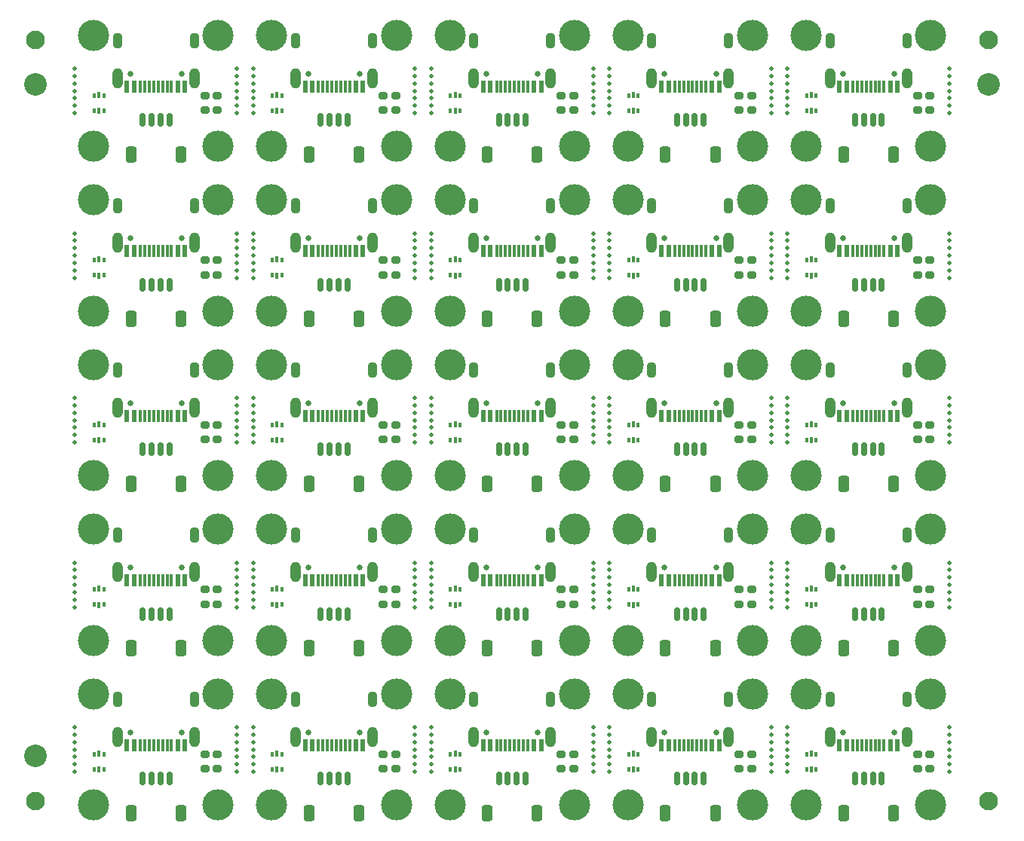
<source format=gts>
%TF.GenerationSoftware,KiCad,Pcbnew,(6.0.9)*%
%TF.CreationDate,2022-12-08T00:33:12+08:00*%
%TF.ProjectId,without-power-switch-panelized,77697468-6f75-4742-9d70-6f7765722d73,rev?*%
%TF.SameCoordinates,PXe4e1c0PYe4e1c0*%
%TF.FileFunction,Soldermask,Top*%
%TF.FilePolarity,Negative*%
%FSLAX46Y46*%
G04 Gerber Fmt 4.6, Leading zero omitted, Abs format (unit mm)*
G04 Created by KiCad (PCBNEW (6.0.9)) date 2022-12-08 00:33:12*
%MOMM*%
%LPD*%
G01*
G04 APERTURE LIST*
G04 Aperture macros list*
%AMRoundRect*
0 Rectangle with rounded corners*
0 $1 Rounding radius*
0 $2 $3 $4 $5 $6 $7 $8 $9 X,Y pos of 4 corners*
0 Add a 4 corners polygon primitive as box body*
4,1,4,$2,$3,$4,$5,$6,$7,$8,$9,$2,$3,0*
0 Add four circle primitives for the rounded corners*
1,1,$1+$1,$2,$3*
1,1,$1+$1,$4,$5*
1,1,$1+$1,$6,$7*
1,1,$1+$1,$8,$9*
0 Add four rect primitives between the rounded corners*
20,1,$1+$1,$2,$3,$4,$5,0*
20,1,$1+$1,$4,$5,$6,$7,0*
20,1,$1+$1,$6,$7,$8,$9,0*
20,1,$1+$1,$8,$9,$2,$3,0*%
G04 Aperture macros list end*
%ADD10C,0.500000*%
%ADD11C,3.500000*%
%ADD12R,0.375000X0.500000*%
%ADD13R,0.300000X0.650000*%
%ADD14RoundRect,0.200000X0.275000X-0.200000X0.275000X0.200000X-0.275000X0.200000X-0.275000X-0.200000X0*%
%ADD15C,0.650000*%
%ADD16R,0.600000X1.450000*%
%ADD17R,0.300000X1.450000*%
%ADD18O,1.100000X1.800000*%
%ADD19O,1.200000X2.300000*%
%ADD20C,2.100000*%
%ADD21RoundRect,0.200000X-0.275000X0.200000X-0.275000X-0.200000X0.275000X-0.200000X0.275000X0.200000X0*%
%ADD22C,2.540000*%
%ADD23RoundRect,0.150000X-0.150000X-0.625000X0.150000X-0.625000X0.150000X0.625000X-0.150000X0.625000X0*%
%ADD24RoundRect,0.249999X-0.350001X-0.650001X0.350001X-0.650001X0.350001X0.650001X-0.350001X0.650001X0*%
G04 APERTURE END LIST*
D10*
%TO.C,REF\u002A\u002A*%
X85098726Y-26750020D03*
%TD*%
D11*
%TO.C,REF\u002A\u002A*%
X83000000Y-76000000D03*
%TD*%
D10*
%TO.C,REF\u002A\u002A*%
X25098557Y-64583353D03*
%TD*%
%TO.C,REF\u002A\u002A*%
X26900933Y-9916646D03*
%TD*%
%TO.C,REF\u002A\u002A*%
X26901442Y-7416646D03*
%TD*%
D11*
%TO.C,REF\u002A\u002A*%
X49000000Y-70000000D03*
%TD*%
D10*
%TO.C,REF\u002A\u002A*%
X65098896Y-7416687D03*
%TD*%
D11*
%TO.C,REF\u002A\u002A*%
X29000000Y-20500000D03*
%TD*%
D12*
%TO.C,U1*%
X90137500Y-8750000D03*
D13*
X89600000Y-8675000D03*
D12*
X89062500Y-8750000D03*
X89062500Y-10450000D03*
D13*
X89600000Y-10525000D03*
D12*
X90137500Y-10450000D03*
%TD*%
D10*
%TO.C,REF\u002A\u002A*%
X45098217Y-29250020D03*
%TD*%
%TO.C,REF\u002A\u002A*%
X105098387Y-46916687D03*
%TD*%
D14*
%TO.C,R2*%
X82900000Y-47425000D03*
X82900000Y-45775000D03*
%TD*%
D15*
%TO.C,J1*%
X98890000Y-24800000D03*
X93110000Y-24800000D03*
D16*
X99250000Y-26245000D03*
X98450000Y-26245000D03*
D17*
X97250000Y-26245000D03*
X96250000Y-26245000D03*
X95750000Y-26245000D03*
X94750000Y-26245000D03*
D16*
X93550000Y-26245000D03*
X92750000Y-26245000D03*
X92750000Y-26245000D03*
X93550000Y-26245000D03*
D17*
X94250000Y-26245000D03*
X95250000Y-26245000D03*
X96750000Y-26245000D03*
X97750000Y-26245000D03*
D16*
X98450000Y-26245000D03*
X99250000Y-26245000D03*
D18*
X91680000Y-21150000D03*
D19*
X100320000Y-25330000D03*
D18*
X100320000Y-21150000D03*
D19*
X91680000Y-25330000D03*
%TD*%
D11*
%TO.C,REF\u002A\u002A*%
X23000000Y-39000000D03*
%TD*%
D10*
%TO.C,REF\u002A\u002A*%
X66900933Y-83916646D03*
%TD*%
%TO.C,REF\u002A\u002A*%
X25098896Y-7416687D03*
%TD*%
%TO.C,REF\u002A\u002A*%
X65098896Y-62916687D03*
%TD*%
%TO.C,REF\u002A\u002A*%
X66900933Y-65416646D03*
%TD*%
D11*
%TO.C,REF\u002A\u002A*%
X23000000Y-88500000D03*
%TD*%
%TO.C,REF\u002A\u002A*%
X29000000Y-33000000D03*
%TD*%
D14*
%TO.C,R2*%
X22900000Y-10425000D03*
X22900000Y-8775000D03*
%TD*%
D10*
%TO.C,REF\u002A\u002A*%
X65098557Y-64583353D03*
%TD*%
D20*
%TO.C,REF\u002A\u002A*%
X109500000Y-88000000D03*
%TD*%
D11*
%TO.C,REF\u002A\u002A*%
X29000000Y-51500000D03*
%TD*%
%TO.C,REF\u002A\u002A*%
X89000000Y-39000000D03*
%TD*%
D10*
%TO.C,REF\u002A\u002A*%
X46901103Y-46083312D03*
%TD*%
D11*
%TO.C,REF\u002A\u002A*%
X103000000Y-57500000D03*
%TD*%
D10*
%TO.C,REF\u002A\u002A*%
X66901782Y-79749979D03*
%TD*%
%TO.C,REF\u002A\u002A*%
X105098726Y-8250020D03*
%TD*%
D11*
%TO.C,REF\u002A\u002A*%
X23000000Y-57500000D03*
%TD*%
D10*
%TO.C,REF\u002A\u002A*%
X6900934Y-28416646D03*
%TD*%
%TO.C,REF\u002A\u002A*%
X66901273Y-8249979D03*
%TD*%
D15*
%TO.C,J1*%
X53110000Y-24800000D03*
X58890000Y-24800000D03*
D16*
X59250000Y-26245000D03*
X58450000Y-26245000D03*
D17*
X57250000Y-26245000D03*
X56250000Y-26245000D03*
X55750000Y-26245000D03*
X54750000Y-26245000D03*
D16*
X53550000Y-26245000D03*
X52750000Y-26245000D03*
X52750000Y-26245000D03*
X53550000Y-26245000D03*
D17*
X54250000Y-26245000D03*
X55250000Y-26245000D03*
X56750000Y-26245000D03*
X57750000Y-26245000D03*
D16*
X58450000Y-26245000D03*
X59250000Y-26245000D03*
D19*
X60320000Y-25330000D03*
D18*
X51680000Y-21150000D03*
D19*
X51680000Y-25330000D03*
D18*
X60320000Y-21150000D03*
%TD*%
D10*
%TO.C,REF\u002A\u002A*%
X105099236Y-61250020D03*
%TD*%
D12*
%TO.C,U1*%
X70137500Y-64250000D03*
D13*
X69600000Y-64175000D03*
D12*
X69062500Y-64250000D03*
X69062500Y-65950000D03*
D13*
X69600000Y-66025000D03*
D12*
X70137500Y-65950000D03*
%TD*%
D10*
%TO.C,REF\u002A\u002A*%
X26901612Y-80583312D03*
%TD*%
%TO.C,REF\u002A\u002A*%
X6901274Y-82249979D03*
%TD*%
%TO.C,REF\u002A\u002A*%
X46900763Y-10749979D03*
%TD*%
%TO.C,REF\u002A\u002A*%
X46900933Y-65416646D03*
%TD*%
%TO.C,REF\u002A\u002A*%
X25099066Y-62083353D03*
%TD*%
D11*
%TO.C,REF\u002A\u002A*%
X23000000Y-20500000D03*
%TD*%
D10*
%TO.C,REF\u002A\u002A*%
X65098217Y-66250020D03*
%TD*%
%TO.C,REF\u002A\u002A*%
X66901782Y-61249979D03*
%TD*%
%TO.C,REF\u002A\u002A*%
X66900763Y-66249979D03*
%TD*%
D14*
%TO.C,R2*%
X102900000Y-28925000D03*
X102900000Y-27275000D03*
%TD*%
D10*
%TO.C,REF\u002A\u002A*%
X105099236Y-79750020D03*
%TD*%
D14*
%TO.C,R2*%
X22900000Y-28925000D03*
X22900000Y-27275000D03*
%TD*%
D10*
%TO.C,REF\u002A\u002A*%
X85098387Y-28416687D03*
%TD*%
D21*
%TO.C,R1*%
X81500000Y-8775000D03*
X81500000Y-10425000D03*
%TD*%
D10*
%TO.C,REF\u002A\u002A*%
X85098387Y-65416687D03*
%TD*%
%TO.C,REF\u002A\u002A*%
X65098896Y-25916687D03*
%TD*%
%TO.C,REF\u002A\u002A*%
X6900934Y-9916646D03*
%TD*%
%TO.C,REF\u002A\u002A*%
X26900933Y-46916646D03*
%TD*%
D11*
%TO.C,REF\u002A\u002A*%
X63000000Y-20500000D03*
%TD*%
%TO.C,REF\u002A\u002A*%
X49000000Y-57500000D03*
%TD*%
D10*
%TO.C,REF\u002A\u002A*%
X66901103Y-27583312D03*
%TD*%
D22*
%TO.C,REF\u002A\u002A*%
X109500000Y-7500000D03*
%TD*%
D12*
%TO.C,U1*%
X90137500Y-64250000D03*
D13*
X89600000Y-64175000D03*
D12*
X89062500Y-64250000D03*
X89062500Y-65950000D03*
D13*
X89600000Y-66025000D03*
D12*
X90137500Y-65950000D03*
%TD*%
D10*
%TO.C,REF\u002A\u002A*%
X25098217Y-47750020D03*
%TD*%
%TO.C,REF\u002A\u002A*%
X105098217Y-66250020D03*
%TD*%
%TO.C,REF\u002A\u002A*%
X25098217Y-66250020D03*
%TD*%
D12*
%TO.C,U1*%
X10137500Y-27250000D03*
D13*
X9600000Y-27175000D03*
D12*
X9062500Y-27250000D03*
X9062500Y-28950000D03*
D13*
X9600000Y-29025000D03*
D12*
X10137500Y-28950000D03*
%TD*%
D10*
%TO.C,REF\u002A\u002A*%
X66900763Y-47749979D03*
%TD*%
D21*
%TO.C,R1*%
X101500000Y-27275000D03*
X101500000Y-28925000D03*
%TD*%
D10*
%TO.C,REF\u002A\u002A*%
X65099236Y-5750021D03*
%TD*%
D20*
%TO.C,REF\u002A\u002A*%
X2500000Y-88000000D03*
%TD*%
D10*
%TO.C,REF\u002A\u002A*%
X65098217Y-29250020D03*
%TD*%
%TO.C,REF\u002A\u002A*%
X45098557Y-9083353D03*
%TD*%
D11*
%TO.C,REF\u002A\u002A*%
X83000000Y-20500000D03*
%TD*%
D10*
%TO.C,REF\u002A\u002A*%
X65099066Y-62083353D03*
%TD*%
%TO.C,REF\u002A\u002A*%
X105098217Y-84750020D03*
%TD*%
D21*
%TO.C,R1*%
X21500000Y-27275000D03*
X21500000Y-28925000D03*
%TD*%
%TO.C,R1*%
X101500000Y-8775000D03*
X101500000Y-10425000D03*
%TD*%
D11*
%TO.C,REF\u002A\u002A*%
X89000000Y-14500000D03*
%TD*%
D10*
%TO.C,REF\u002A\u002A*%
X6901613Y-62083312D03*
%TD*%
%TO.C,REF\u002A\u002A*%
X105098217Y-29250020D03*
%TD*%
D15*
%TO.C,J1*%
X98890000Y-43300000D03*
X93110000Y-43300000D03*
D16*
X99250000Y-44745000D03*
X98450000Y-44745000D03*
D17*
X97250000Y-44745000D03*
X96250000Y-44745000D03*
X95750000Y-44745000D03*
X94750000Y-44745000D03*
D16*
X93550000Y-44745000D03*
X92750000Y-44745000D03*
X92750000Y-44745000D03*
X93550000Y-44745000D03*
D17*
X94250000Y-44745000D03*
X95250000Y-44745000D03*
X96750000Y-44745000D03*
X97750000Y-44745000D03*
D16*
X98450000Y-44745000D03*
X99250000Y-44745000D03*
D19*
X100320000Y-43830000D03*
D18*
X91680000Y-39650000D03*
D19*
X91680000Y-43830000D03*
D18*
X100320000Y-39650000D03*
%TD*%
D12*
%TO.C,U1*%
X90137500Y-45750000D03*
D13*
X89600000Y-45675000D03*
D12*
X89062500Y-45750000D03*
X89062500Y-47450000D03*
D13*
X89600000Y-47525000D03*
D12*
X90137500Y-47450000D03*
%TD*%
D10*
%TO.C,REF\u002A\u002A*%
X65098387Y-83916687D03*
%TD*%
D11*
%TO.C,REF\u002A\u002A*%
X23000000Y-70000000D03*
%TD*%
D23*
%TO.C,J2*%
X74500000Y-48500000D03*
X75500000Y-48500000D03*
X76500000Y-48500000D03*
X77500000Y-48500000D03*
D24*
X73200000Y-52375000D03*
X78800000Y-52375000D03*
%TD*%
D10*
%TO.C,REF\u002A\u002A*%
X46901273Y-45249979D03*
%TD*%
%TO.C,REF\u002A\u002A*%
X65098557Y-46083353D03*
%TD*%
%TO.C,REF\u002A\u002A*%
X46901442Y-81416646D03*
%TD*%
%TO.C,REF\u002A\u002A*%
X66901442Y-25916646D03*
%TD*%
D11*
%TO.C,REF\u002A\u002A*%
X43000000Y-14500000D03*
%TD*%
D10*
%TO.C,REF\u002A\u002A*%
X46901442Y-62916646D03*
%TD*%
D11*
%TO.C,REF\u002A\u002A*%
X23000000Y-76000000D03*
%TD*%
%TO.C,REF\u002A\u002A*%
X49000000Y-76000000D03*
%TD*%
D10*
%TO.C,REF\u002A\u002A*%
X85098217Y-66250020D03*
%TD*%
%TO.C,REF\u002A\u002A*%
X105098726Y-45250020D03*
%TD*%
%TO.C,REF\u002A\u002A*%
X105098387Y-9916687D03*
%TD*%
%TO.C,REF\u002A\u002A*%
X26901612Y-25083312D03*
%TD*%
%TO.C,REF\u002A\u002A*%
X66901612Y-25083312D03*
%TD*%
%TO.C,REF\u002A\u002A*%
X25098217Y-84750020D03*
%TD*%
%TO.C,REF\u002A\u002A*%
X6900764Y-10749979D03*
%TD*%
%TO.C,REF\u002A\u002A*%
X45098387Y-65416687D03*
%TD*%
%TO.C,REF\u002A\u002A*%
X85098557Y-27583353D03*
%TD*%
D15*
%TO.C,J1*%
X58890000Y-6300000D03*
X53110000Y-6300000D03*
D16*
X59250000Y-7745000D03*
X58450000Y-7745000D03*
D17*
X57250000Y-7745000D03*
X56250000Y-7745000D03*
X55750000Y-7745000D03*
X54750000Y-7745000D03*
D16*
X53550000Y-7745000D03*
X52750000Y-7745000D03*
X52750000Y-7745000D03*
X53550000Y-7745000D03*
D17*
X54250000Y-7745000D03*
X55250000Y-7745000D03*
X56750000Y-7745000D03*
X57750000Y-7745000D03*
D16*
X58450000Y-7745000D03*
X59250000Y-7745000D03*
D18*
X60320000Y-2650000D03*
D19*
X51680000Y-6830000D03*
X60320000Y-6830000D03*
D18*
X51680000Y-2650000D03*
%TD*%
D11*
%TO.C,REF\u002A\u002A*%
X89000000Y-88500000D03*
%TD*%
D10*
%TO.C,REF\u002A\u002A*%
X6901443Y-44416646D03*
%TD*%
%TO.C,REF\u002A\u002A*%
X105098896Y-7416687D03*
%TD*%
%TO.C,REF\u002A\u002A*%
X25098557Y-27583353D03*
%TD*%
%TO.C,REF\u002A\u002A*%
X46901612Y-80583312D03*
%TD*%
%TO.C,REF\u002A\u002A*%
X105098896Y-25916687D03*
%TD*%
%TO.C,REF\u002A\u002A*%
X26901103Y-64583312D03*
%TD*%
%TO.C,REF\u002A\u002A*%
X105098557Y-64583353D03*
%TD*%
%TO.C,REF\u002A\u002A*%
X6901783Y-79749979D03*
%TD*%
%TO.C,REF\u002A\u002A*%
X26901103Y-27583312D03*
%TD*%
D22*
%TO.C,REF\u002A\u002A*%
X2500000Y-83000000D03*
%TD*%
D10*
%TO.C,REF\u002A\u002A*%
X85098217Y-84750020D03*
%TD*%
D15*
%TO.C,J1*%
X33110000Y-43300000D03*
X38890000Y-43300000D03*
D16*
X39250000Y-44745000D03*
X38450000Y-44745000D03*
D17*
X37250000Y-44745000D03*
X36250000Y-44745000D03*
X35750000Y-44745000D03*
X34750000Y-44745000D03*
D16*
X33550000Y-44745000D03*
X32750000Y-44745000D03*
X32750000Y-44745000D03*
X33550000Y-44745000D03*
D17*
X34250000Y-44745000D03*
X35250000Y-44745000D03*
X36750000Y-44745000D03*
X37750000Y-44745000D03*
D16*
X38450000Y-44745000D03*
X39250000Y-44745000D03*
D18*
X31680000Y-39650000D03*
X40320000Y-39650000D03*
D19*
X31680000Y-43830000D03*
X40320000Y-43830000D03*
%TD*%
D11*
%TO.C,REF\u002A\u002A*%
X49000000Y-88500000D03*
%TD*%
D15*
%TO.C,J1*%
X73110000Y-80300000D03*
X78890000Y-80300000D03*
D16*
X79250000Y-81745000D03*
X78450000Y-81745000D03*
D17*
X77250000Y-81745000D03*
X76250000Y-81745000D03*
X75750000Y-81745000D03*
X74750000Y-81745000D03*
D16*
X73550000Y-81745000D03*
X72750000Y-81745000D03*
X72750000Y-81745000D03*
X73550000Y-81745000D03*
D17*
X74250000Y-81745000D03*
X75250000Y-81745000D03*
X76750000Y-81745000D03*
X77750000Y-81745000D03*
D16*
X78450000Y-81745000D03*
X79250000Y-81745000D03*
D19*
X71680000Y-80830000D03*
D18*
X80320000Y-76650000D03*
D19*
X80320000Y-80830000D03*
D18*
X71680000Y-76650000D03*
%TD*%
D10*
%TO.C,REF\u002A\u002A*%
X26901273Y-45249979D03*
%TD*%
D23*
%TO.C,J2*%
X54500000Y-85500000D03*
X55500000Y-85500000D03*
X56500000Y-85500000D03*
X57500000Y-85500000D03*
D24*
X53200000Y-89375000D03*
X58800000Y-89375000D03*
%TD*%
D11*
%TO.C,REF\u002A\u002A*%
X9000000Y-14500000D03*
%TD*%
D21*
%TO.C,R1*%
X41500000Y-8775000D03*
X41500000Y-10425000D03*
%TD*%
D10*
%TO.C,REF\u002A\u002A*%
X105098726Y-26750020D03*
%TD*%
D14*
%TO.C,R2*%
X42900000Y-47425000D03*
X42900000Y-45775000D03*
%TD*%
D15*
%TO.C,J1*%
X38890000Y-61800000D03*
X33110000Y-61800000D03*
D16*
X39250000Y-63245000D03*
X38450000Y-63245000D03*
D17*
X37250000Y-63245000D03*
X36250000Y-63245000D03*
X35750000Y-63245000D03*
X34750000Y-63245000D03*
D16*
X33550000Y-63245000D03*
X32750000Y-63245000D03*
X32750000Y-63245000D03*
X33550000Y-63245000D03*
D17*
X34250000Y-63245000D03*
X35250000Y-63245000D03*
X36750000Y-63245000D03*
X37750000Y-63245000D03*
D16*
X38450000Y-63245000D03*
X39250000Y-63245000D03*
D19*
X31680000Y-62330000D03*
D18*
X40320000Y-58150000D03*
X31680000Y-58150000D03*
D19*
X40320000Y-62330000D03*
%TD*%
D10*
%TO.C,REF\u002A\u002A*%
X6901783Y-42749979D03*
%TD*%
%TO.C,REF\u002A\u002A*%
X26901782Y-79749979D03*
%TD*%
D11*
%TO.C,REF\u002A\u002A*%
X63000000Y-70000000D03*
%TD*%
D10*
%TO.C,REF\u002A\u002A*%
X105098557Y-27583353D03*
%TD*%
%TO.C,REF\u002A\u002A*%
X26901273Y-63749979D03*
%TD*%
D14*
%TO.C,R2*%
X22900000Y-65925000D03*
X22900000Y-64275000D03*
%TD*%
D10*
%TO.C,REF\u002A\u002A*%
X66901103Y-64583312D03*
%TD*%
D15*
%TO.C,J1*%
X18890000Y-80300000D03*
X13110000Y-80300000D03*
D16*
X19250000Y-81745000D03*
X18450000Y-81745000D03*
D17*
X17250000Y-81745000D03*
X16250000Y-81745000D03*
X15750000Y-81745000D03*
X14750000Y-81745000D03*
D16*
X13550000Y-81745000D03*
X12750000Y-81745000D03*
X12750000Y-81745000D03*
X13550000Y-81745000D03*
D17*
X14250000Y-81745000D03*
X15250000Y-81745000D03*
X16750000Y-81745000D03*
X17750000Y-81745000D03*
D16*
X18450000Y-81745000D03*
X19250000Y-81745000D03*
D19*
X11680000Y-80830000D03*
X20320000Y-80830000D03*
D18*
X11680000Y-76650000D03*
X20320000Y-76650000D03*
%TD*%
D10*
%TO.C,REF\u002A\u002A*%
X86901442Y-62916646D03*
%TD*%
%TO.C,REF\u002A\u002A*%
X86901273Y-26749979D03*
%TD*%
%TO.C,REF\u002A\u002A*%
X85098557Y-46083353D03*
%TD*%
D15*
%TO.C,J1*%
X98890000Y-80300000D03*
X93110000Y-80300000D03*
D16*
X99250000Y-81745000D03*
X98450000Y-81745000D03*
D17*
X97250000Y-81745000D03*
X96250000Y-81745000D03*
X95750000Y-81745000D03*
X94750000Y-81745000D03*
D16*
X93550000Y-81745000D03*
X92750000Y-81745000D03*
X92750000Y-81745000D03*
X93550000Y-81745000D03*
D17*
X94250000Y-81745000D03*
X95250000Y-81745000D03*
X96750000Y-81745000D03*
X97750000Y-81745000D03*
D16*
X98450000Y-81745000D03*
X99250000Y-81745000D03*
D19*
X91680000Y-80830000D03*
X100320000Y-80830000D03*
D18*
X91680000Y-76650000D03*
X100320000Y-76650000D03*
%TD*%
D12*
%TO.C,U1*%
X50137500Y-8750000D03*
D13*
X49600000Y-8675000D03*
D12*
X49062500Y-8750000D03*
X49062500Y-10450000D03*
D13*
X49600000Y-10525000D03*
D12*
X50137500Y-10450000D03*
%TD*%
D11*
%TO.C,REF\u002A\u002A*%
X29000000Y-76000000D03*
%TD*%
D10*
%TO.C,REF\u002A\u002A*%
X86901612Y-6583313D03*
%TD*%
%TO.C,REF\u002A\u002A*%
X6901613Y-25083312D03*
%TD*%
%TO.C,REF\u002A\u002A*%
X86901442Y-44416646D03*
%TD*%
D11*
%TO.C,REF\u002A\u002A*%
X89000000Y-33000000D03*
%TD*%
D10*
%TO.C,REF\u002A\u002A*%
X85098896Y-81416687D03*
%TD*%
D11*
%TO.C,REF\u002A\u002A*%
X43000000Y-2000000D03*
%TD*%
D10*
%TO.C,REF\u002A\u002A*%
X46900933Y-83916646D03*
%TD*%
D11*
%TO.C,REF\u002A\u002A*%
X43000000Y-57500000D03*
%TD*%
D10*
%TO.C,REF\u002A\u002A*%
X105098726Y-63750020D03*
%TD*%
D14*
%TO.C,R2*%
X42900000Y-84425000D03*
X42900000Y-82775000D03*
%TD*%
D10*
%TO.C,REF\u002A\u002A*%
X86901273Y-63749979D03*
%TD*%
%TO.C,REF\u002A\u002A*%
X86901103Y-9083312D03*
%TD*%
D12*
%TO.C,U1*%
X50137500Y-82750000D03*
D13*
X49600000Y-82675000D03*
D12*
X49062500Y-82750000D03*
X49062500Y-84450000D03*
D13*
X49600000Y-84525000D03*
D12*
X50137500Y-84450000D03*
%TD*%
D10*
%TO.C,REF\u002A\u002A*%
X66901612Y-43583312D03*
%TD*%
%TO.C,REF\u002A\u002A*%
X86901782Y-61249979D03*
%TD*%
%TO.C,REF\u002A\u002A*%
X46900933Y-9916646D03*
%TD*%
%TO.C,REF\u002A\u002A*%
X25099236Y-42750020D03*
%TD*%
%TO.C,REF\u002A\u002A*%
X45099236Y-24250020D03*
%TD*%
D14*
%TO.C,R2*%
X22900000Y-47425000D03*
X22900000Y-45775000D03*
%TD*%
D11*
%TO.C,REF\u002A\u002A*%
X43000000Y-51500000D03*
%TD*%
D23*
%TO.C,J2*%
X74500000Y-85500000D03*
X75500000Y-85500000D03*
X76500000Y-85500000D03*
X77500000Y-85500000D03*
D24*
X78800000Y-89375000D03*
X73200000Y-89375000D03*
%TD*%
D21*
%TO.C,R1*%
X81500000Y-27275000D03*
X81500000Y-28925000D03*
%TD*%
D10*
%TO.C,REF\u002A\u002A*%
X46901442Y-25916646D03*
%TD*%
D11*
%TO.C,REF\u002A\u002A*%
X83000000Y-57500000D03*
%TD*%
D10*
%TO.C,REF\u002A\u002A*%
X86901782Y-24249979D03*
%TD*%
%TO.C,REF\u002A\u002A*%
X85099066Y-62083353D03*
%TD*%
D11*
%TO.C,REF\u002A\u002A*%
X83000000Y-33000000D03*
%TD*%
D10*
%TO.C,REF\u002A\u002A*%
X25098726Y-82250020D03*
%TD*%
%TO.C,REF\u002A\u002A*%
X105098896Y-62916687D03*
%TD*%
D12*
%TO.C,U1*%
X70137500Y-82750000D03*
D13*
X69600000Y-82675000D03*
D12*
X69062500Y-82750000D03*
X69062500Y-84450000D03*
D13*
X69600000Y-84525000D03*
D12*
X70137500Y-84450000D03*
%TD*%
D11*
%TO.C,REF\u002A\u002A*%
X89000000Y-2000000D03*
%TD*%
D10*
%TO.C,REF\u002A\u002A*%
X26901442Y-25916646D03*
%TD*%
%TO.C,REF\u002A\u002A*%
X86901782Y-5749980D03*
%TD*%
%TO.C,REF\u002A\u002A*%
X86900763Y-84749979D03*
%TD*%
D23*
%TO.C,J2*%
X74500000Y-11500000D03*
X75500000Y-11500000D03*
X76500000Y-11500000D03*
X77500000Y-11500000D03*
D24*
X73200000Y-15375000D03*
X78800000Y-15375000D03*
%TD*%
D23*
%TO.C,J2*%
X94500000Y-67000000D03*
X95500000Y-67000000D03*
X96500000Y-67000000D03*
X97500000Y-67000000D03*
D24*
X98800000Y-70875000D03*
X93200000Y-70875000D03*
%TD*%
D10*
%TO.C,REF\u002A\u002A*%
X25098896Y-25916687D03*
%TD*%
D11*
%TO.C,REF\u002A\u002A*%
X63000000Y-33000000D03*
%TD*%
D12*
%TO.C,U1*%
X90137500Y-27250000D03*
D13*
X89600000Y-27175000D03*
D12*
X89062500Y-27250000D03*
X89062500Y-28950000D03*
D13*
X89600000Y-29025000D03*
D12*
X90137500Y-28950000D03*
%TD*%
D15*
%TO.C,J1*%
X93110000Y-61800000D03*
X98890000Y-61800000D03*
D16*
X99250000Y-63245000D03*
X98450000Y-63245000D03*
D17*
X97250000Y-63245000D03*
X96250000Y-63245000D03*
X95750000Y-63245000D03*
X94750000Y-63245000D03*
D16*
X93550000Y-63245000D03*
X92750000Y-63245000D03*
X92750000Y-63245000D03*
X93550000Y-63245000D03*
D17*
X94250000Y-63245000D03*
X95250000Y-63245000D03*
X96750000Y-63245000D03*
X97750000Y-63245000D03*
D16*
X98450000Y-63245000D03*
X99250000Y-63245000D03*
D19*
X100320000Y-62330000D03*
D18*
X100320000Y-58150000D03*
X91680000Y-58150000D03*
D19*
X91680000Y-62330000D03*
%TD*%
D10*
%TO.C,REF\u002A\u002A*%
X65098726Y-45250020D03*
%TD*%
%TO.C,REF\u002A\u002A*%
X65098557Y-83083353D03*
%TD*%
D11*
%TO.C,REF\u002A\u002A*%
X83000000Y-70000000D03*
%TD*%
D10*
%TO.C,REF\u002A\u002A*%
X65098726Y-82250020D03*
%TD*%
%TO.C,REF\u002A\u002A*%
X25099066Y-43583353D03*
%TD*%
%TO.C,REF\u002A\u002A*%
X26901103Y-83083312D03*
%TD*%
D15*
%TO.C,J1*%
X18890000Y-61800000D03*
X13110000Y-61800000D03*
D16*
X19250000Y-63245000D03*
X18450000Y-63245000D03*
D17*
X17250000Y-63245000D03*
X16250000Y-63245000D03*
X15750000Y-63245000D03*
X14750000Y-63245000D03*
D16*
X13550000Y-63245000D03*
X12750000Y-63245000D03*
X12750000Y-63245000D03*
X13550000Y-63245000D03*
D17*
X14250000Y-63245000D03*
X15250000Y-63245000D03*
X16750000Y-63245000D03*
X17750000Y-63245000D03*
D16*
X18450000Y-63245000D03*
X19250000Y-63245000D03*
D19*
X20320000Y-62330000D03*
D18*
X11680000Y-58150000D03*
X20320000Y-58150000D03*
D19*
X11680000Y-62330000D03*
%TD*%
D11*
%TO.C,REF\u002A\u002A*%
X69000000Y-2000000D03*
%TD*%
D10*
%TO.C,REF\u002A\u002A*%
X25098557Y-83083353D03*
%TD*%
%TO.C,REF\u002A\u002A*%
X46901782Y-79749979D03*
%TD*%
D11*
%TO.C,REF\u002A\u002A*%
X83000000Y-14500000D03*
%TD*%
D10*
%TO.C,REF\u002A\u002A*%
X66901273Y-63749979D03*
%TD*%
D12*
%TO.C,U1*%
X50137500Y-27250000D03*
D13*
X49600000Y-27175000D03*
D12*
X49062500Y-27250000D03*
X49062500Y-28950000D03*
D13*
X49600000Y-29025000D03*
D12*
X50137500Y-28950000D03*
%TD*%
D11*
%TO.C,REF\u002A\u002A*%
X63000000Y-39000000D03*
%TD*%
D10*
%TO.C,REF\u002A\u002A*%
X25098217Y-10750020D03*
%TD*%
D14*
%TO.C,R2*%
X42900000Y-28925000D03*
X42900000Y-27275000D03*
%TD*%
D11*
%TO.C,REF\u002A\u002A*%
X9000000Y-70000000D03*
%TD*%
D14*
%TO.C,R2*%
X42900000Y-65925000D03*
X42900000Y-64275000D03*
%TD*%
D10*
%TO.C,REF\u002A\u002A*%
X46901612Y-25083312D03*
%TD*%
D14*
%TO.C,R2*%
X102900000Y-47425000D03*
X102900000Y-45775000D03*
%TD*%
D10*
%TO.C,REF\u002A\u002A*%
X86900763Y-29249979D03*
%TD*%
D11*
%TO.C,REF\u002A\u002A*%
X103000000Y-14500000D03*
%TD*%
D15*
%TO.C,J1*%
X73110000Y-61800000D03*
X78890000Y-61800000D03*
D16*
X79250000Y-63245000D03*
X78450000Y-63245000D03*
D17*
X77250000Y-63245000D03*
X76250000Y-63245000D03*
X75750000Y-63245000D03*
X74750000Y-63245000D03*
D16*
X73550000Y-63245000D03*
X72750000Y-63245000D03*
X72750000Y-63245000D03*
X73550000Y-63245000D03*
D17*
X74250000Y-63245000D03*
X75250000Y-63245000D03*
X76750000Y-63245000D03*
X77750000Y-63245000D03*
D16*
X78450000Y-63245000D03*
X79250000Y-63245000D03*
D18*
X71680000Y-58150000D03*
D19*
X80320000Y-62330000D03*
X71680000Y-62330000D03*
D18*
X80320000Y-58150000D03*
%TD*%
D14*
%TO.C,R2*%
X62900000Y-28925000D03*
X62900000Y-27275000D03*
%TD*%
D10*
%TO.C,REF\u002A\u002A*%
X66900933Y-46916646D03*
%TD*%
D23*
%TO.C,J2*%
X14500000Y-67000000D03*
X15500000Y-67000000D03*
X16500000Y-67000000D03*
X17500000Y-67000000D03*
D24*
X13200000Y-70875000D03*
X18800000Y-70875000D03*
%TD*%
D10*
%TO.C,REF\u002A\u002A*%
X25098896Y-81416687D03*
%TD*%
%TO.C,REF\u002A\u002A*%
X86901782Y-42749979D03*
%TD*%
D11*
%TO.C,REF\u002A\u002A*%
X9000000Y-88500000D03*
%TD*%
D10*
%TO.C,REF\u002A\u002A*%
X85098726Y-45250020D03*
%TD*%
%TO.C,REF\u002A\u002A*%
X45098387Y-9916687D03*
%TD*%
%TO.C,REF\u002A\u002A*%
X85099236Y-79750020D03*
%TD*%
%TO.C,REF\u002A\u002A*%
X45099236Y-79750020D03*
%TD*%
%TO.C,REF\u002A\u002A*%
X86901103Y-64583312D03*
%TD*%
%TO.C,REF\u002A\u002A*%
X26901612Y-62083312D03*
%TD*%
%TO.C,REF\u002A\u002A*%
X46900763Y-29249979D03*
%TD*%
%TO.C,REF\u002A\u002A*%
X46901612Y-43583312D03*
%TD*%
%TO.C,REF\u002A\u002A*%
X6900764Y-66249979D03*
%TD*%
%TO.C,REF\u002A\u002A*%
X65099066Y-6583354D03*
%TD*%
D15*
%TO.C,J1*%
X13110000Y-24800000D03*
X18890000Y-24800000D03*
D16*
X19250000Y-26245000D03*
X18450000Y-26245000D03*
D17*
X17250000Y-26245000D03*
X16250000Y-26245000D03*
X15750000Y-26245000D03*
X14750000Y-26245000D03*
D16*
X13550000Y-26245000D03*
X12750000Y-26245000D03*
X12750000Y-26245000D03*
X13550000Y-26245000D03*
D17*
X14250000Y-26245000D03*
X15250000Y-26245000D03*
X16750000Y-26245000D03*
X17750000Y-26245000D03*
D16*
X18450000Y-26245000D03*
X19250000Y-26245000D03*
D18*
X11680000Y-21150000D03*
D19*
X20320000Y-25330000D03*
X11680000Y-25330000D03*
D18*
X20320000Y-21150000D03*
%TD*%
D10*
%TO.C,REF\u002A\u002A*%
X105099236Y-24250020D03*
%TD*%
%TO.C,REF\u002A\u002A*%
X85098557Y-9083353D03*
%TD*%
%TO.C,REF\u002A\u002A*%
X65098387Y-9916687D03*
%TD*%
%TO.C,REF\u002A\u002A*%
X6900764Y-84749979D03*
%TD*%
D11*
%TO.C,REF\u002A\u002A*%
X89000000Y-76000000D03*
%TD*%
D10*
%TO.C,REF\u002A\u002A*%
X65098387Y-46916687D03*
%TD*%
%TO.C,REF\u002A\u002A*%
X45098387Y-28416687D03*
%TD*%
D15*
%TO.C,J1*%
X33110000Y-80300000D03*
X38890000Y-80300000D03*
D16*
X39250000Y-81745000D03*
X38450000Y-81745000D03*
D17*
X37250000Y-81745000D03*
X36250000Y-81745000D03*
X35750000Y-81745000D03*
X34750000Y-81745000D03*
D16*
X33550000Y-81745000D03*
X32750000Y-81745000D03*
X32750000Y-81745000D03*
X33550000Y-81745000D03*
D17*
X34250000Y-81745000D03*
X35250000Y-81745000D03*
X36750000Y-81745000D03*
X37750000Y-81745000D03*
D16*
X38450000Y-81745000D03*
X39250000Y-81745000D03*
D18*
X40320000Y-76650000D03*
D19*
X31680000Y-80830000D03*
D18*
X31680000Y-76650000D03*
D19*
X40320000Y-80830000D03*
%TD*%
D11*
%TO.C,REF\u002A\u002A*%
X49000000Y-14500000D03*
%TD*%
D10*
%TO.C,REF\u002A\u002A*%
X26900763Y-10749979D03*
%TD*%
D23*
%TO.C,J2*%
X54500000Y-67000000D03*
X55500000Y-67000000D03*
X56500000Y-67000000D03*
X57500000Y-67000000D03*
D24*
X53200000Y-70875000D03*
X58800000Y-70875000D03*
%TD*%
D12*
%TO.C,U1*%
X70137500Y-8750000D03*
D13*
X69600000Y-8675000D03*
D12*
X69062500Y-8750000D03*
X69062500Y-10450000D03*
D13*
X69600000Y-10525000D03*
D12*
X70137500Y-10450000D03*
%TD*%
D10*
%TO.C,REF\u002A\u002A*%
X25099066Y-25083353D03*
%TD*%
D21*
%TO.C,R1*%
X61500000Y-45775000D03*
X61500000Y-47425000D03*
%TD*%
D10*
%TO.C,REF\u002A\u002A*%
X26901782Y-61249979D03*
%TD*%
%TO.C,REF\u002A\u002A*%
X105098896Y-44416687D03*
%TD*%
%TO.C,REF\u002A\u002A*%
X86900933Y-28416646D03*
%TD*%
%TO.C,REF\u002A\u002A*%
X65098387Y-28416687D03*
%TD*%
%TO.C,REF\u002A\u002A*%
X46901103Y-64583312D03*
%TD*%
D23*
%TO.C,J2*%
X34500000Y-48500000D03*
X35500000Y-48500000D03*
X36500000Y-48500000D03*
X37500000Y-48500000D03*
D24*
X38800000Y-52375000D03*
X33200000Y-52375000D03*
%TD*%
D11*
%TO.C,REF\u002A\u002A*%
X63000000Y-51500000D03*
%TD*%
D12*
%TO.C,U1*%
X10137500Y-64250000D03*
D13*
X9600000Y-64175000D03*
D12*
X9062500Y-64250000D03*
X9062500Y-65950000D03*
D13*
X9600000Y-66025000D03*
D12*
X10137500Y-65950000D03*
%TD*%
D10*
%TO.C,REF\u002A\u002A*%
X25098896Y-44416687D03*
%TD*%
%TO.C,REF\u002A\u002A*%
X66901442Y-44416646D03*
%TD*%
%TO.C,REF\u002A\u002A*%
X105098557Y-46083353D03*
%TD*%
%TO.C,REF\u002A\u002A*%
X46900933Y-46916646D03*
%TD*%
D11*
%TO.C,REF\u002A\u002A*%
X9000000Y-2000000D03*
%TD*%
D10*
%TO.C,REF\u002A\u002A*%
X105099236Y-42750020D03*
%TD*%
D14*
%TO.C,R2*%
X42900000Y-10425000D03*
X42900000Y-8775000D03*
%TD*%
D10*
%TO.C,REF\u002A\u002A*%
X45098726Y-26750020D03*
%TD*%
%TO.C,REF\u002A\u002A*%
X25099236Y-79750020D03*
%TD*%
%TO.C,REF\u002A\u002A*%
X105098557Y-83083353D03*
%TD*%
D20*
%TO.C,REF\u002A\u002A*%
X2500000Y-2500000D03*
%TD*%
D14*
%TO.C,R2*%
X102900000Y-84425000D03*
X102900000Y-82775000D03*
%TD*%
D11*
%TO.C,REF\u002A\u002A*%
X23000000Y-33000000D03*
%TD*%
D10*
%TO.C,REF\u002A\u002A*%
X66900763Y-84749979D03*
%TD*%
D15*
%TO.C,J1*%
X13110000Y-43300000D03*
X18890000Y-43300000D03*
D16*
X19250000Y-44745000D03*
X18450000Y-44745000D03*
D17*
X17250000Y-44745000D03*
X16250000Y-44745000D03*
X15750000Y-44745000D03*
X14750000Y-44745000D03*
D16*
X13550000Y-44745000D03*
X12750000Y-44745000D03*
X12750000Y-44745000D03*
X13550000Y-44745000D03*
D17*
X14250000Y-44745000D03*
X15250000Y-44745000D03*
X16750000Y-44745000D03*
X17750000Y-44745000D03*
D16*
X18450000Y-44745000D03*
X19250000Y-44745000D03*
D18*
X20320000Y-39650000D03*
D19*
X11680000Y-43830000D03*
D18*
X11680000Y-39650000D03*
D19*
X20320000Y-43830000D03*
%TD*%
D10*
%TO.C,REF\u002A\u002A*%
X6901274Y-45249979D03*
%TD*%
%TO.C,REF\u002A\u002A*%
X105098387Y-83916687D03*
%TD*%
%TO.C,REF\u002A\u002A*%
X85099236Y-24250020D03*
%TD*%
%TO.C,REF\u002A\u002A*%
X85098896Y-25916687D03*
%TD*%
%TO.C,REF\u002A\u002A*%
X65098896Y-81416687D03*
%TD*%
D21*
%TO.C,R1*%
X41500000Y-27275000D03*
X41500000Y-28925000D03*
%TD*%
D10*
%TO.C,REF\u002A\u002A*%
X25099236Y-24250020D03*
%TD*%
D11*
%TO.C,REF\u002A\u002A*%
X103000000Y-2000000D03*
%TD*%
D14*
%TO.C,R2*%
X102900000Y-10425000D03*
X102900000Y-8775000D03*
%TD*%
D21*
%TO.C,R1*%
X101500000Y-82775000D03*
X101500000Y-84425000D03*
%TD*%
D10*
%TO.C,REF\u002A\u002A*%
X25098387Y-46916687D03*
%TD*%
D23*
%TO.C,J2*%
X14500000Y-30000000D03*
X15500000Y-30000000D03*
X16500000Y-30000000D03*
X17500000Y-30000000D03*
D24*
X18800000Y-33875000D03*
X13200000Y-33875000D03*
%TD*%
D10*
%TO.C,REF\u002A\u002A*%
X46901782Y-61249979D03*
%TD*%
D12*
%TO.C,U1*%
X10137500Y-82750000D03*
D13*
X9600000Y-82675000D03*
D12*
X9062500Y-82750000D03*
X9062500Y-84450000D03*
D13*
X9600000Y-84525000D03*
D12*
X10137500Y-84450000D03*
%TD*%
D10*
%TO.C,REF\u002A\u002A*%
X45098896Y-44416687D03*
%TD*%
%TO.C,REF\u002A\u002A*%
X85099066Y-6583354D03*
%TD*%
%TO.C,REF\u002A\u002A*%
X45098726Y-63750020D03*
%TD*%
%TO.C,REF\u002A\u002A*%
X25098726Y-63750020D03*
%TD*%
D21*
%TO.C,R1*%
X101500000Y-45775000D03*
X101500000Y-47425000D03*
%TD*%
D11*
%TO.C,REF\u002A\u002A*%
X69000000Y-70000000D03*
%TD*%
D23*
%TO.C,J2*%
X34500000Y-30000000D03*
X35500000Y-30000000D03*
X36500000Y-30000000D03*
X37500000Y-30000000D03*
D24*
X38800000Y-33875000D03*
X33200000Y-33875000D03*
%TD*%
D10*
%TO.C,REF\u002A\u002A*%
X45098896Y-62916687D03*
%TD*%
%TO.C,REF\u002A\u002A*%
X66901782Y-42749979D03*
%TD*%
D11*
%TO.C,REF\u002A\u002A*%
X103000000Y-33000000D03*
%TD*%
D14*
%TO.C,R2*%
X62900000Y-10425000D03*
X62900000Y-8775000D03*
%TD*%
D10*
%TO.C,REF\u002A\u002A*%
X46901782Y-5749980D03*
%TD*%
%TO.C,REF\u002A\u002A*%
X86901103Y-46083312D03*
%TD*%
D11*
%TO.C,REF\u002A\u002A*%
X83000000Y-88500000D03*
%TD*%
D10*
%TO.C,REF\u002A\u002A*%
X86901612Y-43583312D03*
%TD*%
D21*
%TO.C,R1*%
X61500000Y-64275000D03*
X61500000Y-65925000D03*
%TD*%
D10*
%TO.C,REF\u002A\u002A*%
X86901442Y-25916646D03*
%TD*%
D14*
%TO.C,R2*%
X82900000Y-28925000D03*
X82900000Y-27275000D03*
%TD*%
D11*
%TO.C,REF\u002A\u002A*%
X89000000Y-70000000D03*
%TD*%
D10*
%TO.C,REF\u002A\u002A*%
X6900934Y-83916646D03*
%TD*%
%TO.C,REF\u002A\u002A*%
X45099066Y-6583354D03*
%TD*%
D11*
%TO.C,REF\u002A\u002A*%
X43000000Y-33000000D03*
%TD*%
%TO.C,REF\u002A\u002A*%
X103000000Y-51500000D03*
%TD*%
D12*
%TO.C,U1*%
X50137500Y-45750000D03*
D13*
X49600000Y-45675000D03*
D12*
X49062500Y-45750000D03*
X49062500Y-47450000D03*
D13*
X49600000Y-47525000D03*
D12*
X50137500Y-47450000D03*
%TD*%
D10*
%TO.C,REF\u002A\u002A*%
X65098726Y-26750020D03*
%TD*%
%TO.C,REF\u002A\u002A*%
X26900933Y-65416646D03*
%TD*%
%TO.C,REF\u002A\u002A*%
X66901103Y-46083312D03*
%TD*%
%TO.C,REF\u002A\u002A*%
X26900763Y-66249979D03*
%TD*%
D11*
%TO.C,REF\u002A\u002A*%
X69000000Y-57500000D03*
%TD*%
D10*
%TO.C,REF\u002A\u002A*%
X105099066Y-43583353D03*
%TD*%
%TO.C,REF\u002A\u002A*%
X26901273Y-8249979D03*
%TD*%
%TO.C,REF\u002A\u002A*%
X46901103Y-9083312D03*
%TD*%
%TO.C,REF\u002A\u002A*%
X65098217Y-10750020D03*
%TD*%
%TO.C,REF\u002A\u002A*%
X86901273Y-8249979D03*
%TD*%
%TO.C,REF\u002A\u002A*%
X46901612Y-6583313D03*
%TD*%
%TO.C,REF\u002A\u002A*%
X25098896Y-62916687D03*
%TD*%
%TO.C,REF\u002A\u002A*%
X105098726Y-82250020D03*
%TD*%
%TO.C,REF\u002A\u002A*%
X105098217Y-47750020D03*
%TD*%
%TO.C,REF\u002A\u002A*%
X46901782Y-42749979D03*
%TD*%
%TO.C,REF\u002A\u002A*%
X6901104Y-64583312D03*
%TD*%
D11*
%TO.C,REF\u002A\u002A*%
X63000000Y-88500000D03*
%TD*%
D22*
%TO.C,REF\u002A\u002A*%
X2500000Y-7500000D03*
%TD*%
D10*
%TO.C,REF\u002A\u002A*%
X85098896Y-44416687D03*
%TD*%
%TO.C,REF\u002A\u002A*%
X46901442Y-7416646D03*
%TD*%
D11*
%TO.C,REF\u002A\u002A*%
X29000000Y-70000000D03*
%TD*%
D10*
%TO.C,REF\u002A\u002A*%
X86900933Y-46916646D03*
%TD*%
%TO.C,REF\u002A\u002A*%
X85098557Y-83083353D03*
%TD*%
D12*
%TO.C,U1*%
X30137500Y-45750000D03*
D13*
X29600000Y-45675000D03*
D12*
X29062500Y-45750000D03*
X29062500Y-47450000D03*
D13*
X29600000Y-47525000D03*
D12*
X30137500Y-47450000D03*
%TD*%
D20*
%TO.C,REF\u002A\u002A*%
X109500000Y-2500000D03*
%TD*%
D10*
%TO.C,REF\u002A\u002A*%
X85098726Y-63750020D03*
%TD*%
%TO.C,REF\u002A\u002A*%
X66901782Y-24249979D03*
%TD*%
%TO.C,REF\u002A\u002A*%
X25098387Y-9916687D03*
%TD*%
%TO.C,REF\u002A\u002A*%
X26901273Y-82249979D03*
%TD*%
D21*
%TO.C,R1*%
X41500000Y-64275000D03*
X41500000Y-65925000D03*
%TD*%
D10*
%TO.C,REF\u002A\u002A*%
X45098217Y-10750020D03*
%TD*%
%TO.C,REF\u002A\u002A*%
X86901442Y-81416646D03*
%TD*%
D11*
%TO.C,REF\u002A\u002A*%
X43000000Y-39000000D03*
%TD*%
D23*
%TO.C,J2*%
X74500000Y-67000000D03*
X75500000Y-67000000D03*
X76500000Y-67000000D03*
X77500000Y-67000000D03*
D24*
X73200000Y-70875000D03*
X78800000Y-70875000D03*
%TD*%
D11*
%TO.C,REF\u002A\u002A*%
X69000000Y-20500000D03*
%TD*%
D12*
%TO.C,U1*%
X30137500Y-27250000D03*
D13*
X29600000Y-27175000D03*
D12*
X29062500Y-27250000D03*
X29062500Y-28950000D03*
D13*
X29600000Y-29025000D03*
D12*
X30137500Y-28950000D03*
%TD*%
D10*
%TO.C,REF\u002A\u002A*%
X105099066Y-80583353D03*
%TD*%
%TO.C,REF\u002A\u002A*%
X85098387Y-46916687D03*
%TD*%
D11*
%TO.C,REF\u002A\u002A*%
X43000000Y-76000000D03*
%TD*%
D10*
%TO.C,REF\u002A\u002A*%
X26900933Y-28416646D03*
%TD*%
D23*
%TO.C,J2*%
X54500000Y-11500000D03*
X55500000Y-11500000D03*
X56500000Y-11500000D03*
X57500000Y-11500000D03*
D24*
X58800000Y-15375000D03*
X53200000Y-15375000D03*
%TD*%
D10*
%TO.C,REF\u002A\u002A*%
X86901612Y-62083312D03*
%TD*%
%TO.C,REF\u002A\u002A*%
X45098896Y-81416687D03*
%TD*%
D11*
%TO.C,REF\u002A\u002A*%
X83000000Y-51500000D03*
%TD*%
D10*
%TO.C,REF\u002A\u002A*%
X26901442Y-44416646D03*
%TD*%
%TO.C,REF\u002A\u002A*%
X26901782Y-5749980D03*
%TD*%
D23*
%TO.C,J2*%
X74500000Y-30000000D03*
X75500000Y-30000000D03*
X76500000Y-30000000D03*
X77500000Y-30000000D03*
D24*
X73200000Y-33875000D03*
X78800000Y-33875000D03*
%TD*%
D10*
%TO.C,REF\u002A\u002A*%
X65098896Y-44416687D03*
%TD*%
D12*
%TO.C,U1*%
X90137500Y-82750000D03*
D13*
X89600000Y-82675000D03*
D12*
X89062500Y-82750000D03*
X89062500Y-84450000D03*
D13*
X89600000Y-84525000D03*
D12*
X90137500Y-84450000D03*
%TD*%
D10*
%TO.C,REF\u002A\u002A*%
X6901613Y-80583312D03*
%TD*%
D11*
%TO.C,REF\u002A\u002A*%
X49000000Y-51500000D03*
%TD*%
%TO.C,REF\u002A\u002A*%
X23000000Y-2000000D03*
%TD*%
D10*
%TO.C,REF\u002A\u002A*%
X86901103Y-27583312D03*
%TD*%
D11*
%TO.C,REF\u002A\u002A*%
X69000000Y-51500000D03*
%TD*%
D10*
%TO.C,REF\u002A\u002A*%
X85098217Y-10750020D03*
%TD*%
%TO.C,REF\u002A\u002A*%
X46901273Y-63749979D03*
%TD*%
%TO.C,REF\u002A\u002A*%
X45098557Y-64583353D03*
%TD*%
%TO.C,REF\u002A\u002A*%
X26900933Y-83916646D03*
%TD*%
D11*
%TO.C,REF\u002A\u002A*%
X103000000Y-76000000D03*
%TD*%
D10*
%TO.C,REF\u002A\u002A*%
X45098557Y-83083353D03*
%TD*%
D11*
%TO.C,REF\u002A\u002A*%
X43000000Y-70000000D03*
%TD*%
D21*
%TO.C,R1*%
X101500000Y-64275000D03*
X101500000Y-65925000D03*
%TD*%
D10*
%TO.C,REF\u002A\u002A*%
X25099066Y-6583354D03*
%TD*%
%TO.C,REF\u002A\u002A*%
X85098726Y-8250020D03*
%TD*%
%TO.C,REF\u002A\u002A*%
X66900763Y-29249979D03*
%TD*%
%TO.C,REF\u002A\u002A*%
X85098217Y-47750020D03*
%TD*%
%TO.C,REF\u002A\u002A*%
X6900934Y-46916646D03*
%TD*%
%TO.C,REF\u002A\u002A*%
X65098217Y-47750020D03*
%TD*%
D11*
%TO.C,REF\u002A\u002A*%
X89000000Y-51500000D03*
%TD*%
D14*
%TO.C,R2*%
X62900000Y-47425000D03*
X62900000Y-45775000D03*
%TD*%
D10*
%TO.C,REF\u002A\u002A*%
X85099236Y-42750020D03*
%TD*%
D14*
%TO.C,R2*%
X62900000Y-84425000D03*
X62900000Y-82775000D03*
%TD*%
D10*
%TO.C,REF\u002A\u002A*%
X45098387Y-46916687D03*
%TD*%
%TO.C,REF\u002A\u002A*%
X85099236Y-61250020D03*
%TD*%
%TO.C,REF\u002A\u002A*%
X46901273Y-82249979D03*
%TD*%
%TO.C,REF\u002A\u002A*%
X85098896Y-7416687D03*
%TD*%
%TO.C,REF\u002A\u002A*%
X105099066Y-62083353D03*
%TD*%
D15*
%TO.C,J1*%
X13110000Y-6300000D03*
X18890000Y-6300000D03*
D16*
X19250000Y-7745000D03*
X18450000Y-7745000D03*
D17*
X17250000Y-7745000D03*
X16250000Y-7745000D03*
X15750000Y-7745000D03*
X14750000Y-7745000D03*
D16*
X13550000Y-7745000D03*
X12750000Y-7745000D03*
X12750000Y-7745000D03*
X13550000Y-7745000D03*
D17*
X14250000Y-7745000D03*
X15250000Y-7745000D03*
X16750000Y-7745000D03*
X17750000Y-7745000D03*
D16*
X18450000Y-7745000D03*
X19250000Y-7745000D03*
D18*
X11680000Y-2650000D03*
D19*
X20320000Y-6830000D03*
D18*
X20320000Y-2650000D03*
D19*
X11680000Y-6830000D03*
%TD*%
D23*
%TO.C,J2*%
X94500000Y-85500000D03*
X95500000Y-85500000D03*
X96500000Y-85500000D03*
X97500000Y-85500000D03*
D24*
X93200000Y-89375000D03*
X98800000Y-89375000D03*
%TD*%
D23*
%TO.C,J2*%
X94500000Y-11500000D03*
X95500000Y-11500000D03*
X96500000Y-11500000D03*
X97500000Y-11500000D03*
D24*
X98800000Y-15375000D03*
X93200000Y-15375000D03*
%TD*%
D10*
%TO.C,REF\u002A\u002A*%
X45098557Y-27583353D03*
%TD*%
%TO.C,REF\u002A\u002A*%
X86900933Y-65416646D03*
%TD*%
%TO.C,REF\u002A\u002A*%
X85099066Y-25083353D03*
%TD*%
D21*
%TO.C,R1*%
X21500000Y-82775000D03*
X21500000Y-84425000D03*
%TD*%
D15*
%TO.C,J1*%
X73110000Y-6300000D03*
X78890000Y-6300000D03*
D16*
X79250000Y-7745000D03*
X78450000Y-7745000D03*
D17*
X77250000Y-7745000D03*
X76250000Y-7745000D03*
X75750000Y-7745000D03*
X74750000Y-7745000D03*
D16*
X73550000Y-7745000D03*
X72750000Y-7745000D03*
X72750000Y-7745000D03*
X73550000Y-7745000D03*
D17*
X74250000Y-7745000D03*
X75250000Y-7745000D03*
X76750000Y-7745000D03*
X77750000Y-7745000D03*
D16*
X78450000Y-7745000D03*
X79250000Y-7745000D03*
D18*
X71680000Y-2650000D03*
D19*
X71680000Y-6830000D03*
D18*
X80320000Y-2650000D03*
D19*
X80320000Y-6830000D03*
%TD*%
D10*
%TO.C,REF\u002A\u002A*%
X46901273Y-8249979D03*
%TD*%
%TO.C,REF\u002A\u002A*%
X66901273Y-26749979D03*
%TD*%
%TO.C,REF\u002A\u002A*%
X66901612Y-6583313D03*
%TD*%
D21*
%TO.C,R1*%
X81500000Y-45775000D03*
X81500000Y-47425000D03*
%TD*%
D10*
%TO.C,REF\u002A\u002A*%
X66900763Y-10749979D03*
%TD*%
%TO.C,REF\u002A\u002A*%
X6901104Y-9083312D03*
%TD*%
%TO.C,REF\u002A\u002A*%
X26900763Y-84749979D03*
%TD*%
%TO.C,REF\u002A\u002A*%
X45098726Y-82250020D03*
%TD*%
%TO.C,REF\u002A\u002A*%
X85098387Y-83916687D03*
%TD*%
D11*
%TO.C,REF\u002A\u002A*%
X9000000Y-57500000D03*
%TD*%
D10*
%TO.C,REF\u002A\u002A*%
X46900763Y-66249979D03*
%TD*%
%TO.C,REF\u002A\u002A*%
X45098896Y-7416687D03*
%TD*%
%TO.C,REF\u002A\u002A*%
X65099066Y-43583353D03*
%TD*%
%TO.C,REF\u002A\u002A*%
X6901613Y-6583313D03*
%TD*%
D11*
%TO.C,REF\u002A\u002A*%
X83000000Y-39000000D03*
%TD*%
D10*
%TO.C,REF\u002A\u002A*%
X25098387Y-28416687D03*
%TD*%
%TO.C,REF\u002A\u002A*%
X65098217Y-84750020D03*
%TD*%
D11*
%TO.C,REF\u002A\u002A*%
X63000000Y-14500000D03*
%TD*%
D10*
%TO.C,REF\u002A\u002A*%
X6901274Y-8249979D03*
%TD*%
%TO.C,REF\u002A\u002A*%
X45099236Y-42750020D03*
%TD*%
%TO.C,REF\u002A\u002A*%
X66901442Y-7416646D03*
%TD*%
%TO.C,REF\u002A\u002A*%
X65099066Y-25083353D03*
%TD*%
D11*
%TO.C,REF\u002A\u002A*%
X103000000Y-20500000D03*
%TD*%
D10*
%TO.C,REF\u002A\u002A*%
X66901103Y-9083312D03*
%TD*%
D11*
%TO.C,REF\u002A\u002A*%
X69000000Y-39000000D03*
%TD*%
D10*
%TO.C,REF\u002A\u002A*%
X86901273Y-82249979D03*
%TD*%
%TO.C,REF\u002A\u002A*%
X46900933Y-28416646D03*
%TD*%
%TO.C,REF\u002A\u002A*%
X86901442Y-7416646D03*
%TD*%
%TO.C,REF\u002A\u002A*%
X26901442Y-62916646D03*
%TD*%
%TO.C,REF\u002A\u002A*%
X65099066Y-80583353D03*
%TD*%
%TO.C,REF\u002A\u002A*%
X65098387Y-65416687D03*
%TD*%
D21*
%TO.C,R1*%
X81500000Y-82775000D03*
X81500000Y-84425000D03*
%TD*%
D10*
%TO.C,REF\u002A\u002A*%
X45099236Y-61250020D03*
%TD*%
%TO.C,REF\u002A\u002A*%
X6901443Y-81416646D03*
%TD*%
%TO.C,REF\u002A\u002A*%
X25098387Y-65416687D03*
%TD*%
%TO.C,REF\u002A\u002A*%
X6901274Y-26749979D03*
%TD*%
D21*
%TO.C,R1*%
X61500000Y-8775000D03*
X61500000Y-10425000D03*
%TD*%
D10*
%TO.C,REF\u002A\u002A*%
X86900763Y-10749979D03*
%TD*%
%TO.C,REF\u002A\u002A*%
X45099066Y-80583353D03*
%TD*%
D15*
%TO.C,J1*%
X53110000Y-61800000D03*
X58890000Y-61800000D03*
D16*
X59250000Y-63245000D03*
X58450000Y-63245000D03*
D17*
X57250000Y-63245000D03*
X56250000Y-63245000D03*
X55750000Y-63245000D03*
X54750000Y-63245000D03*
D16*
X53550000Y-63245000D03*
X52750000Y-63245000D03*
X52750000Y-63245000D03*
X53550000Y-63245000D03*
D17*
X54250000Y-63245000D03*
X55250000Y-63245000D03*
X56750000Y-63245000D03*
X57750000Y-63245000D03*
D16*
X58450000Y-63245000D03*
X59250000Y-63245000D03*
D19*
X51680000Y-62330000D03*
X60320000Y-62330000D03*
D18*
X51680000Y-58150000D03*
X60320000Y-58150000D03*
%TD*%
D10*
%TO.C,REF\u002A\u002A*%
X45098217Y-84750020D03*
%TD*%
%TO.C,REF\u002A\u002A*%
X46901782Y-24249979D03*
%TD*%
%TO.C,REF\u002A\u002A*%
X45098217Y-47750020D03*
%TD*%
%TO.C,REF\u002A\u002A*%
X66901273Y-45249979D03*
%TD*%
%TO.C,REF\u002A\u002A*%
X85098217Y-29250020D03*
%TD*%
D11*
%TO.C,REF\u002A\u002A*%
X49000000Y-20500000D03*
%TD*%
D10*
%TO.C,REF\u002A\u002A*%
X86900933Y-9916646D03*
%TD*%
%TO.C,REF\u002A\u002A*%
X105099066Y-6583354D03*
%TD*%
D23*
%TO.C,J2*%
X14500000Y-48500000D03*
X15500000Y-48500000D03*
X16500000Y-48500000D03*
X17500000Y-48500000D03*
D24*
X18800000Y-52375000D03*
X13200000Y-52375000D03*
%TD*%
D10*
%TO.C,REF\u002A\u002A*%
X85099236Y-5750021D03*
%TD*%
D23*
%TO.C,J2*%
X14500000Y-85500000D03*
X15500000Y-85500000D03*
X16500000Y-85500000D03*
X17500000Y-85500000D03*
D24*
X18800000Y-89375000D03*
X13200000Y-89375000D03*
%TD*%
D10*
%TO.C,REF\u002A\u002A*%
X85098557Y-64583353D03*
%TD*%
D11*
%TO.C,REF\u002A\u002A*%
X9000000Y-33000000D03*
%TD*%
D10*
%TO.C,REF\u002A\u002A*%
X45099236Y-5750021D03*
%TD*%
D14*
%TO.C,R2*%
X62900000Y-65925000D03*
X62900000Y-64275000D03*
%TD*%
D10*
%TO.C,REF\u002A\u002A*%
X65098726Y-8250020D03*
%TD*%
%TO.C,REF\u002A\u002A*%
X46901273Y-26749979D03*
%TD*%
%TO.C,REF\u002A\u002A*%
X65099236Y-61250020D03*
%TD*%
%TO.C,REF\u002A\u002A*%
X65098557Y-9083353D03*
%TD*%
%TO.C,REF\u002A\u002A*%
X26900763Y-29249979D03*
%TD*%
%TO.C,REF\u002A\u002A*%
X45098557Y-46083353D03*
%TD*%
D11*
%TO.C,REF\u002A\u002A*%
X9000000Y-76000000D03*
%TD*%
D10*
%TO.C,REF\u002A\u002A*%
X105099236Y-5750021D03*
%TD*%
D12*
%TO.C,U1*%
X30137500Y-82750000D03*
D13*
X29600000Y-82675000D03*
D12*
X29062500Y-82750000D03*
X29062500Y-84450000D03*
D13*
X29600000Y-84525000D03*
D12*
X30137500Y-84450000D03*
%TD*%
D10*
%TO.C,REF\u002A\u002A*%
X66901612Y-62083312D03*
%TD*%
D11*
%TO.C,REF\u002A\u002A*%
X49000000Y-39000000D03*
%TD*%
D10*
%TO.C,REF\u002A\u002A*%
X6900934Y-65416646D03*
%TD*%
%TO.C,REF\u002A\u002A*%
X45099066Y-25083353D03*
%TD*%
%TO.C,REF\u002A\u002A*%
X86900763Y-66249979D03*
%TD*%
D12*
%TO.C,U1*%
X10137500Y-45750000D03*
D13*
X9600000Y-45675000D03*
D12*
X9062500Y-45750000D03*
X9062500Y-47450000D03*
D13*
X9600000Y-47525000D03*
D12*
X10137500Y-47450000D03*
%TD*%
D10*
%TO.C,REF\u002A\u002A*%
X66901442Y-81416646D03*
%TD*%
%TO.C,REF\u002A\u002A*%
X105098217Y-10750020D03*
%TD*%
D23*
%TO.C,J2*%
X34500000Y-11500000D03*
X35500000Y-11500000D03*
X36500000Y-11500000D03*
X37500000Y-11500000D03*
D24*
X33200000Y-15375000D03*
X38800000Y-15375000D03*
%TD*%
D23*
%TO.C,J2*%
X34500000Y-67000000D03*
X35500000Y-67000000D03*
X36500000Y-67000000D03*
X37500000Y-67000000D03*
D24*
X33200000Y-70875000D03*
X38800000Y-70875000D03*
%TD*%
D10*
%TO.C,REF\u002A\u002A*%
X6901104Y-83083312D03*
%TD*%
D23*
%TO.C,J2*%
X14500000Y-11500000D03*
X15500000Y-11500000D03*
X16500000Y-11500000D03*
X17500000Y-11500000D03*
D24*
X13200000Y-15375000D03*
X18800000Y-15375000D03*
%TD*%
D10*
%TO.C,REF\u002A\u002A*%
X25098726Y-26750020D03*
%TD*%
%TO.C,REF\u002A\u002A*%
X85099066Y-43583353D03*
%TD*%
D12*
%TO.C,U1*%
X30137500Y-8750000D03*
D13*
X29600000Y-8675000D03*
D12*
X29062500Y-8750000D03*
X29062500Y-10450000D03*
D13*
X29600000Y-10525000D03*
D12*
X30137500Y-10450000D03*
%TD*%
D11*
%TO.C,REF\u002A\u002A*%
X89000000Y-20500000D03*
%TD*%
D21*
%TO.C,R1*%
X21500000Y-45775000D03*
X21500000Y-47425000D03*
%TD*%
D10*
%TO.C,REF\u002A\u002A*%
X86900763Y-47749979D03*
%TD*%
%TO.C,REF\u002A\u002A*%
X26901612Y-43583312D03*
%TD*%
D15*
%TO.C,J1*%
X78890000Y-24800000D03*
X73110000Y-24800000D03*
D16*
X79250000Y-26245000D03*
X78450000Y-26245000D03*
D17*
X77250000Y-26245000D03*
X76250000Y-26245000D03*
X75750000Y-26245000D03*
X74750000Y-26245000D03*
D16*
X73550000Y-26245000D03*
X72750000Y-26245000D03*
X72750000Y-26245000D03*
X73550000Y-26245000D03*
D17*
X74250000Y-26245000D03*
X75250000Y-26245000D03*
X76750000Y-26245000D03*
X77750000Y-26245000D03*
D16*
X78450000Y-26245000D03*
X79250000Y-26245000D03*
D19*
X80320000Y-25330000D03*
X71680000Y-25330000D03*
D18*
X71680000Y-21150000D03*
X80320000Y-21150000D03*
%TD*%
D11*
%TO.C,REF\u002A\u002A*%
X89000000Y-57500000D03*
%TD*%
D23*
%TO.C,J2*%
X54500000Y-48500000D03*
X55500000Y-48500000D03*
X56500000Y-48500000D03*
X57500000Y-48500000D03*
D24*
X53200000Y-52375000D03*
X58800000Y-52375000D03*
%TD*%
D11*
%TO.C,REF\u002A\u002A*%
X63000000Y-57500000D03*
%TD*%
D21*
%TO.C,R1*%
X81500000Y-64275000D03*
X81500000Y-65925000D03*
%TD*%
D10*
%TO.C,REF\u002A\u002A*%
X66901612Y-80583312D03*
%TD*%
D11*
%TO.C,REF\u002A\u002A*%
X9000000Y-39000000D03*
%TD*%
D10*
%TO.C,REF\u002A\u002A*%
X85098387Y-9916687D03*
%TD*%
%TO.C,REF\u002A\u002A*%
X25099236Y-61250020D03*
%TD*%
D14*
%TO.C,R2*%
X82900000Y-65925000D03*
X82900000Y-64275000D03*
%TD*%
D11*
%TO.C,REF\u002A\u002A*%
X9000000Y-20500000D03*
%TD*%
D10*
%TO.C,REF\u002A\u002A*%
X86901782Y-79749979D03*
%TD*%
%TO.C,REF\u002A\u002A*%
X26901782Y-24249979D03*
%TD*%
D11*
%TO.C,REF\u002A\u002A*%
X23000000Y-51500000D03*
%TD*%
%TO.C,REF\u002A\u002A*%
X83000000Y-2000000D03*
%TD*%
D10*
%TO.C,REF\u002A\u002A*%
X65098557Y-27583353D03*
%TD*%
D21*
%TO.C,R1*%
X61500000Y-82775000D03*
X61500000Y-84425000D03*
%TD*%
D11*
%TO.C,REF\u002A\u002A*%
X69000000Y-76000000D03*
%TD*%
D15*
%TO.C,J1*%
X38890000Y-24800000D03*
X33110000Y-24800000D03*
D16*
X39250000Y-26245000D03*
X38450000Y-26245000D03*
D17*
X37250000Y-26245000D03*
X36250000Y-26245000D03*
X35750000Y-26245000D03*
X34750000Y-26245000D03*
D16*
X33550000Y-26245000D03*
X32750000Y-26245000D03*
X32750000Y-26245000D03*
X33550000Y-26245000D03*
D17*
X34250000Y-26245000D03*
X35250000Y-26245000D03*
X36750000Y-26245000D03*
X37750000Y-26245000D03*
D16*
X38450000Y-26245000D03*
X39250000Y-26245000D03*
D19*
X40320000Y-25330000D03*
D18*
X31680000Y-21150000D03*
D19*
X31680000Y-25330000D03*
D18*
X40320000Y-21150000D03*
%TD*%
D23*
%TO.C,J2*%
X94500000Y-48500000D03*
X95500000Y-48500000D03*
X96500000Y-48500000D03*
X97500000Y-48500000D03*
D24*
X93200000Y-52375000D03*
X98800000Y-52375000D03*
%TD*%
D10*
%TO.C,REF\u002A\u002A*%
X26901103Y-9083312D03*
%TD*%
%TO.C,REF\u002A\u002A*%
X45098726Y-8250020D03*
%TD*%
D14*
%TO.C,R2*%
X82900000Y-84425000D03*
X82900000Y-82775000D03*
%TD*%
D11*
%TO.C,REF\u002A\u002A*%
X29000000Y-39000000D03*
%TD*%
D10*
%TO.C,REF\u002A\u002A*%
X25098726Y-45250020D03*
%TD*%
%TO.C,REF\u002A\u002A*%
X45099066Y-62083353D03*
%TD*%
%TO.C,REF\u002A\u002A*%
X6901104Y-27583312D03*
%TD*%
%TO.C,REF\u002A\u002A*%
X105098557Y-9083353D03*
%TD*%
D15*
%TO.C,J1*%
X73110000Y-43300000D03*
X78890000Y-43300000D03*
D16*
X79250000Y-44745000D03*
X78450000Y-44745000D03*
D17*
X77250000Y-44745000D03*
X76250000Y-44745000D03*
X75750000Y-44745000D03*
X74750000Y-44745000D03*
D16*
X73550000Y-44745000D03*
X72750000Y-44745000D03*
X72750000Y-44745000D03*
X73550000Y-44745000D03*
D17*
X74250000Y-44745000D03*
X75250000Y-44745000D03*
X76750000Y-44745000D03*
X77750000Y-44745000D03*
D16*
X78450000Y-44745000D03*
X79250000Y-44745000D03*
D19*
X80320000Y-43830000D03*
D18*
X71680000Y-39650000D03*
D19*
X71680000Y-43830000D03*
D18*
X80320000Y-39650000D03*
%TD*%
D10*
%TO.C,REF\u002A\u002A*%
X46901442Y-44416646D03*
%TD*%
%TO.C,REF\u002A\u002A*%
X105098387Y-28416687D03*
%TD*%
D12*
%TO.C,U1*%
X10137500Y-8750000D03*
D13*
X9600000Y-8675000D03*
D12*
X9062500Y-8750000D03*
X9062500Y-10450000D03*
D13*
X9600000Y-10525000D03*
D12*
X10137500Y-10450000D03*
%TD*%
D10*
%TO.C,REF\u002A\u002A*%
X25099066Y-80583353D03*
%TD*%
%TO.C,REF\u002A\u002A*%
X45098896Y-25916687D03*
%TD*%
D11*
%TO.C,REF\u002A\u002A*%
X29000000Y-14500000D03*
%TD*%
D10*
%TO.C,REF\u002A\u002A*%
X25098217Y-29250020D03*
%TD*%
%TO.C,REF\u002A\u002A*%
X65099236Y-79750020D03*
%TD*%
%TO.C,REF\u002A\u002A*%
X85098896Y-62916687D03*
%TD*%
%TO.C,REF\u002A\u002A*%
X46901103Y-27583312D03*
%TD*%
D12*
%TO.C,U1*%
X30137500Y-64250000D03*
D13*
X29600000Y-64175000D03*
D12*
X29062500Y-64250000D03*
X29062500Y-65950000D03*
D13*
X29600000Y-66025000D03*
D12*
X30137500Y-65950000D03*
%TD*%
D11*
%TO.C,REF\u002A\u002A*%
X29000000Y-57500000D03*
%TD*%
%TO.C,REF\u002A\u002A*%
X9000000Y-51500000D03*
%TD*%
D10*
%TO.C,REF\u002A\u002A*%
X65099236Y-24250020D03*
%TD*%
%TO.C,REF\u002A\u002A*%
X25098387Y-83916687D03*
%TD*%
D11*
%TO.C,REF\u002A\u002A*%
X69000000Y-33000000D03*
%TD*%
D21*
%TO.C,R1*%
X61500000Y-27275000D03*
X61500000Y-28925000D03*
%TD*%
D11*
%TO.C,REF\u002A\u002A*%
X103000000Y-70000000D03*
%TD*%
D10*
%TO.C,REF\u002A\u002A*%
X46901612Y-62083312D03*
%TD*%
D11*
%TO.C,REF\u002A\u002A*%
X69000000Y-88500000D03*
%TD*%
D10*
%TO.C,REF\u002A\u002A*%
X45098387Y-83916687D03*
%TD*%
D21*
%TO.C,R1*%
X41500000Y-45775000D03*
X41500000Y-47425000D03*
%TD*%
D10*
%TO.C,REF\u002A\u002A*%
X46901103Y-83083312D03*
%TD*%
%TO.C,REF\u002A\u002A*%
X25098557Y-46083353D03*
%TD*%
%TO.C,REF\u002A\u002A*%
X26901442Y-81416646D03*
%TD*%
D14*
%TO.C,R2*%
X82900000Y-10425000D03*
X82900000Y-8775000D03*
%TD*%
D15*
%TO.C,J1*%
X53110000Y-43300000D03*
X58890000Y-43300000D03*
D16*
X59250000Y-44745000D03*
X58450000Y-44745000D03*
D17*
X57250000Y-44745000D03*
X56250000Y-44745000D03*
X55750000Y-44745000D03*
X54750000Y-44745000D03*
D16*
X53550000Y-44745000D03*
X52750000Y-44745000D03*
X52750000Y-44745000D03*
X53550000Y-44745000D03*
D17*
X54250000Y-44745000D03*
X55250000Y-44745000D03*
X56750000Y-44745000D03*
X57750000Y-44745000D03*
D16*
X58450000Y-44745000D03*
X59250000Y-44745000D03*
D18*
X51680000Y-39650000D03*
D19*
X51680000Y-43830000D03*
D18*
X60320000Y-39650000D03*
D19*
X60320000Y-43830000D03*
%TD*%
D10*
%TO.C,REF\u002A\u002A*%
X105098387Y-65416687D03*
%TD*%
%TO.C,REF\u002A\u002A*%
X66901273Y-82249979D03*
%TD*%
%TO.C,REF\u002A\u002A*%
X6901274Y-63749979D03*
%TD*%
D14*
%TO.C,R2*%
X102900000Y-65925000D03*
X102900000Y-64275000D03*
%TD*%
D10*
%TO.C,REF\u002A\u002A*%
X46900763Y-84749979D03*
%TD*%
D14*
%TO.C,R2*%
X22900000Y-84425000D03*
X22900000Y-82775000D03*
%TD*%
D23*
%TO.C,J2*%
X34500000Y-85500000D03*
X35500000Y-85500000D03*
X36500000Y-85500000D03*
X37500000Y-85500000D03*
D24*
X33200000Y-89375000D03*
X38800000Y-89375000D03*
%TD*%
D11*
%TO.C,REF\u002A\u002A*%
X103000000Y-88500000D03*
%TD*%
D10*
%TO.C,REF\u002A\u002A*%
X6901443Y-62916646D03*
%TD*%
%TO.C,REF\u002A\u002A*%
X26901612Y-6583313D03*
%TD*%
%TO.C,REF\u002A\u002A*%
X26901273Y-26749979D03*
%TD*%
%TO.C,REF\u002A\u002A*%
X85099066Y-80583353D03*
%TD*%
D11*
%TO.C,REF\u002A\u002A*%
X29000000Y-2000000D03*
%TD*%
D10*
%TO.C,REF\u002A\u002A*%
X86901612Y-25083312D03*
%TD*%
%TO.C,REF\u002A\u002A*%
X45098726Y-45250020D03*
%TD*%
%TO.C,REF\u002A\u002A*%
X6901443Y-25916646D03*
%TD*%
D23*
%TO.C,J2*%
X94500000Y-30000000D03*
X95500000Y-30000000D03*
X96500000Y-30000000D03*
X97500000Y-30000000D03*
D24*
X93200000Y-33875000D03*
X98800000Y-33875000D03*
%TD*%
D10*
%TO.C,REF\u002A\u002A*%
X66901442Y-62916646D03*
%TD*%
%TO.C,REF\u002A\u002A*%
X45099066Y-43583353D03*
%TD*%
D11*
%TO.C,REF\u002A\u002A*%
X49000000Y-2000000D03*
%TD*%
D10*
%TO.C,REF\u002A\u002A*%
X105098896Y-81416687D03*
%TD*%
%TO.C,REF\u002A\u002A*%
X6901104Y-46083312D03*
%TD*%
%TO.C,REF\u002A\u002A*%
X6901783Y-24249979D03*
%TD*%
%TO.C,REF\u002A\u002A*%
X65098726Y-63750020D03*
%TD*%
D11*
%TO.C,REF\u002A\u002A*%
X49000000Y-33000000D03*
%TD*%
%TO.C,REF\u002A\u002A*%
X23000000Y-14500000D03*
%TD*%
D10*
%TO.C,REF\u002A\u002A*%
X86901612Y-80583312D03*
%TD*%
%TO.C,REF\u002A\u002A*%
X86900933Y-83916646D03*
%TD*%
D11*
%TO.C,REF\u002A\u002A*%
X63000000Y-76000000D03*
%TD*%
D10*
%TO.C,REF\u002A\u002A*%
X6901783Y-5749980D03*
%TD*%
%TO.C,REF\u002A\u002A*%
X25099236Y-5750021D03*
%TD*%
D21*
%TO.C,R1*%
X41500000Y-82775000D03*
X41500000Y-84425000D03*
%TD*%
D10*
%TO.C,REF\u002A\u002A*%
X45098217Y-66250020D03*
%TD*%
%TO.C,REF\u002A\u002A*%
X6900764Y-47749979D03*
%TD*%
D11*
%TO.C,REF\u002A\u002A*%
X69000000Y-14500000D03*
%TD*%
D12*
%TO.C,U1*%
X70137500Y-27250000D03*
D13*
X69600000Y-27175000D03*
D12*
X69062500Y-27250000D03*
X69062500Y-28950000D03*
D13*
X69600000Y-29025000D03*
D12*
X70137500Y-28950000D03*
%TD*%
D10*
%TO.C,REF\u002A\u002A*%
X6901443Y-7416646D03*
%TD*%
%TO.C,REF\u002A\u002A*%
X86901273Y-45249979D03*
%TD*%
%TO.C,REF\u002A\u002A*%
X66900933Y-9916646D03*
%TD*%
D11*
%TO.C,REF\u002A\u002A*%
X43000000Y-20500000D03*
%TD*%
D10*
%TO.C,REF\u002A\u002A*%
X66901782Y-5749980D03*
%TD*%
D15*
%TO.C,J1*%
X58890000Y-80300000D03*
X53110000Y-80300000D03*
D16*
X59250000Y-81745000D03*
X58450000Y-81745000D03*
D17*
X57250000Y-81745000D03*
X56250000Y-81745000D03*
X55750000Y-81745000D03*
X54750000Y-81745000D03*
D16*
X53550000Y-81745000D03*
X52750000Y-81745000D03*
X52750000Y-81745000D03*
X53550000Y-81745000D03*
D17*
X54250000Y-81745000D03*
X55250000Y-81745000D03*
X56750000Y-81745000D03*
X57750000Y-81745000D03*
D16*
X58450000Y-81745000D03*
X59250000Y-81745000D03*
D19*
X60320000Y-80830000D03*
D18*
X51680000Y-76650000D03*
X60320000Y-76650000D03*
D19*
X51680000Y-80830000D03*
%TD*%
D10*
%TO.C,REF\u002A\u002A*%
X46900763Y-47749979D03*
%TD*%
%TO.C,REF\u002A\u002A*%
X25098557Y-9083353D03*
%TD*%
D15*
%TO.C,J1*%
X38890000Y-6300000D03*
X33110000Y-6300000D03*
D16*
X39250000Y-7745000D03*
X38450000Y-7745000D03*
D17*
X37250000Y-7745000D03*
X36250000Y-7745000D03*
X35750000Y-7745000D03*
X34750000Y-7745000D03*
D16*
X33550000Y-7745000D03*
X32750000Y-7745000D03*
X32750000Y-7745000D03*
X33550000Y-7745000D03*
D17*
X34250000Y-7745000D03*
X35250000Y-7745000D03*
X36750000Y-7745000D03*
X37750000Y-7745000D03*
D16*
X38450000Y-7745000D03*
X39250000Y-7745000D03*
D18*
X31680000Y-2650000D03*
X40320000Y-2650000D03*
D19*
X31680000Y-6830000D03*
X40320000Y-6830000D03*
%TD*%
D10*
%TO.C,REF\u002A\u002A*%
X6901783Y-61249979D03*
%TD*%
%TO.C,REF\u002A\u002A*%
X105099066Y-25083353D03*
%TD*%
%TO.C,REF\u002A\u002A*%
X66900933Y-28416646D03*
%TD*%
D11*
%TO.C,REF\u002A\u002A*%
X43000000Y-88500000D03*
%TD*%
D10*
%TO.C,REF\u002A\u002A*%
X85098726Y-82250020D03*
%TD*%
D15*
%TO.C,J1*%
X98890000Y-6300000D03*
X93110000Y-6300000D03*
D16*
X99250000Y-7745000D03*
X98450000Y-7745000D03*
D17*
X97250000Y-7745000D03*
X96250000Y-7745000D03*
X95750000Y-7745000D03*
X94750000Y-7745000D03*
D16*
X93550000Y-7745000D03*
X92750000Y-7745000D03*
X92750000Y-7745000D03*
X93550000Y-7745000D03*
D17*
X94250000Y-7745000D03*
X95250000Y-7745000D03*
X96750000Y-7745000D03*
X97750000Y-7745000D03*
D16*
X98450000Y-7745000D03*
X99250000Y-7745000D03*
D19*
X91680000Y-6830000D03*
D18*
X91680000Y-2650000D03*
X100320000Y-2650000D03*
D19*
X100320000Y-6830000D03*
%TD*%
D10*
%TO.C,REF\u002A\u002A*%
X66901103Y-83083312D03*
%TD*%
%TO.C,REF\u002A\u002A*%
X25098726Y-8250020D03*
%TD*%
D21*
%TO.C,R1*%
X21500000Y-8775000D03*
X21500000Y-10425000D03*
%TD*%
D10*
%TO.C,REF\u002A\u002A*%
X6901613Y-43583312D03*
%TD*%
%TO.C,REF\u002A\u002A*%
X26900763Y-47749979D03*
%TD*%
%TO.C,REF\u002A\u002A*%
X65099236Y-42750020D03*
%TD*%
D12*
%TO.C,U1*%
X50137500Y-64250000D03*
D13*
X49600000Y-64175000D03*
D12*
X49062500Y-64250000D03*
X49062500Y-65950000D03*
D13*
X49600000Y-66025000D03*
D12*
X50137500Y-65950000D03*
%TD*%
%TO.C,U1*%
X70137500Y-45750000D03*
D13*
X69600000Y-45675000D03*
D12*
X69062500Y-45750000D03*
X69062500Y-47450000D03*
D13*
X69600000Y-47525000D03*
D12*
X70137500Y-47450000D03*
%TD*%
D11*
%TO.C,REF\u002A\u002A*%
X63000000Y-2000000D03*
%TD*%
D23*
%TO.C,J2*%
X54500000Y-30000000D03*
X55500000Y-30000000D03*
X56500000Y-30000000D03*
X57500000Y-30000000D03*
D24*
X53200000Y-33875000D03*
X58800000Y-33875000D03*
%TD*%
D10*
%TO.C,REF\u002A\u002A*%
X26901103Y-46083312D03*
%TD*%
D11*
%TO.C,REF\u002A\u002A*%
X29000000Y-88500000D03*
%TD*%
D10*
%TO.C,REF\u002A\u002A*%
X26901782Y-42749979D03*
%TD*%
%TO.C,REF\u002A\u002A*%
X86901103Y-83083312D03*
%TD*%
%TO.C,REF\u002A\u002A*%
X6900764Y-29249979D03*
%TD*%
D21*
%TO.C,R1*%
X21500000Y-64275000D03*
X21500000Y-65925000D03*
%TD*%
D11*
%TO.C,REF\u002A\u002A*%
X103000000Y-39000000D03*
%TD*%
M02*

</source>
